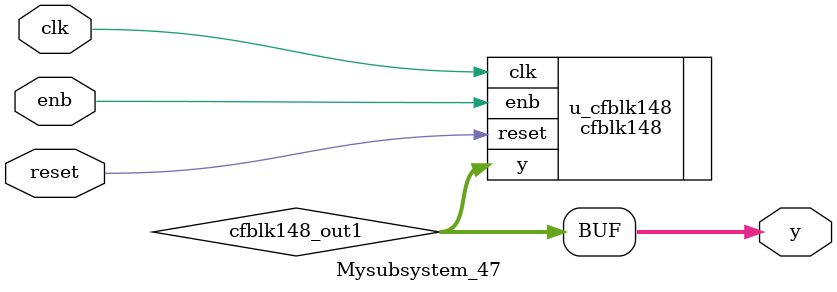
<source format=v>



`timescale 1 ns / 1 ns

module Mysubsystem_47
          (clk,
           reset,
           enb,
           y);


  input   clk;
  input   reset;
  input   enb;
  output  [15:0] y;  // uint16


  wire [15:0] cfblk148_out1;  // uint16


  cfblk148 u_cfblk148 (.clk(clk),
                       .reset(reset),
                       .enb(enb),
                       .y(cfblk148_out1)  // uint16
                       );

  assign y = cfblk148_out1;

endmodule  // Mysubsystem_47


</source>
